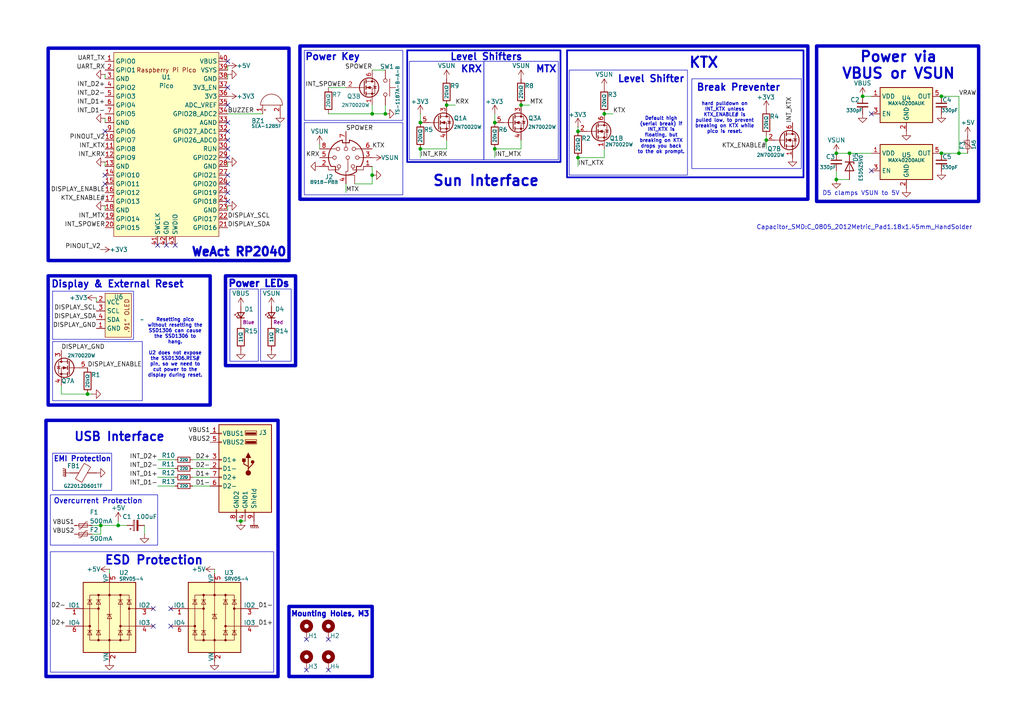
<source format=kicad_sch>
(kicad_sch (version 20231120) (generator "eeschema") (generator_version "8.0")
  (paper "A4")
  (lib_symbols
    (symbol "Analog_Switch:MAX40200AUK"
      (property "Reference" "U" (at -6.35 6.35 0))
      (property "Value" "MAX40200AUK" (at 7.62 6.35 0))
      (symbol "MAX40200AUK_1_1"
        (pin power_in line (at -10.16 2.54 0) (length 2.54) (name "VDD") (number "1"))
        (pin power_in line (at 0 -7.62 90) (length 2.54) (name "GND") (number "2"))
        (pin input line (at -10.16 -2.54 0) (length 2.54) (name "EN") (number "3"))
        (pin no_connect line (at 7.62 -2.54 180) (length 2.54) hide (name "NC") (number "4"))
        (pin passive line (at 10.16 2.54 180) (length 2.54) (name "OUT") (number "5"))
      )
    )
    (symbol "Connector:USB_A_Stacked" (pin_names (offset 1.016))
      (property "Reference" "J" (at 0 15.875 0))
      (property "Value" "USB_A_Stacked" (at 0 13.97 0))
      (symbol "USB_A_Stacked_1_1"
        (pin power_in line (at 10.16 10.16 180) (length 2.54) (name "VBUS1") (number "1"))
        (pin bidirectional line (at 10.16 0 180) (length 2.54) (name "D1-") (number "2"))
        (pin bidirectional line (at 10.16 2.54 180) (length 2.54) (name "D1+") (number "3"))
        (pin power_in line (at 0 -15.24 90) (length 2.54) (name "GND1") (number "4"))
        (pin power_in line (at 10.16 7.62 180) (length 2.54) (name "VBUS2") (number "5"))
        (pin bidirectional line (at 10.16 -5.08 180) (length 2.54) (name "D2-") (number "6"))
        (pin bidirectional line (at 10.16 -2.54 180) (length 2.54) (name "D2+") (number "7"))
        (pin power_in line (at 2.54 -15.24 90) (length 2.54) (name "GND2") (number "8"))
        (pin passive line (at -2.54 -15.24 90) (length 2.54) (name "Shield") (number "9"))
      )
    )
    (symbol "Device:Buzzer" (pin_names (offset 0.0254) hide)
      (property "Reference" "BZ" (at 3.81 1.27 0))
      (property "Value" "Buzzer" (at 3.81 -1.27 0))
      (symbol "Buzzer_1_1"
        (pin passive line (at -2.54 2.54 0) (length 2.54) (name "-") (number "1"))
        (pin passive line (at -2.54 -2.54 0) (length 2.54) (name "+") (number "2"))
      )
    )
    (symbol "Device:C_Polarized_Small" (pin_numbers hide) (pin_names (offset 0.254) hide)
      (property "Reference" "C" (at 0.254 1.778 0))
      (property "Value" "C_Polarized_Small" (at 0.254 -2.032 0))
      (symbol "C_Polarized_Small_1_1"
        (pin passive line (at 0 2.54 270) (length 1.8542) (name "~") (number "1"))
        (pin passive line (at 0 -2.54 90) (length 1.8542) (name "~") (number "2"))
      )
    )
    (symbol "Device:C_Small" (pin_numbers hide) (pin_names (offset 0.254) hide)
      (property "Reference" "C" (at 0.254 1.778 0))
      (property "Value" "C_Small" (at 0.254 -2.032 0))
      (symbol "C_Small_1_1"
        (pin passive line (at 0 2.54 270) (length 2.032) (name "~") (number "1"))
        (pin passive line (at 0 -2.54 90) (length 2.032) (name "~") (number "2"))
      )
    )
    (symbol "Device:FerriteBead" (pin_numbers hide) (pin_names (offset 0))
      (property "Reference" "FB" (at -3.81 0.635 90))
      (property "Value" "FerriteBead" (at 3.81 0 90))
      (symbol "FerriteBead_1_1"
        (pin passive line (at 0 3.81 270) (length 2.54) (name "~") (number "1"))
        (pin passive line (at 0 -3.81 90) (length 2.54) (name "~") (number "2"))
      )
    )
    (symbol "Device:LED_Small" (pin_numbers hide) (pin_names (offset 0.254) hide)
      (property "Reference" "D" (at -1.27 3.175 0))
      (property "Value" "LED_Small" (at -4.445 -2.54 0))
      (symbol "LED_Small_1_1"
        (pin passive line (at -2.54 0 0) (length 1.778) (name "K") (number "1"))
        (pin passive line (at 2.54 0 180) (length 1.778) (name "A") (number "2"))
      )
    )
    (symbol "Device:Polyfuse_Small" (pin_numbers hide) (pin_names (offset 0))
      (property "Reference" "F" (at -1.905 0 90))
      (property "Value" "Polyfuse_Small" (at 1.905 0 90))
      (symbol "Polyfuse_Small_1_1"
        (pin passive line (at 0 2.54 270) (length 0.635) (name "~") (number "1"))
        (pin passive line (at 0 -2.54 90) (length 0.635) (name "~") (number "2"))
      )
    )
    (symbol "Device:R" (pin_numbers hide) (pin_names (offset 0))
      (property "Reference" "R" (at 2.032 0 90))
      (property "Value" "R" (at 0 0 90))
      (symbol "R_1_1"
        (pin passive line (at 0 3.81 270) (length 1.27) (name "~") (number "1"))
        (pin passive line (at 0 -3.81 90) (length 1.27) (name "~") (number "2"))
      )
    )
    (symbol "Device:R_Small" (pin_numbers hide) (pin_names (offset 0.254) hide)
      (property "Reference" "R" (at 0.762 0.508 0))
      (property "Value" "R_Small" (at 0.762 -1.016 0))
      (symbol "R_Small_1_1"
        (pin passive line (at 0 2.54 270) (length 0.762) (name "~") (number "1"))
        (pin passive line (at 0 -2.54 90) (length 0.762) (name "~") (number "2"))
      )
    )
    (symbol "Diode:ESD5Zxx" (pin_numbers hide) (pin_names hide)
      (property "Reference" "D" (at 0 2.54 0))
      (property "Value" "ESD5Zxx" (at 0 -2.54 0))
      (symbol "ESD5Zxx_1_1"
        (pin passive line (at -3.81 0 0) (length 2.54) (name "K") (number "1"))
        (pin passive line (at 3.81 0 180) (length 2.54) (name "A") (number "2"))
      )
    )
    (symbol "MCU_RaspberryPi_and_Boards:Pico"
      (property "Reference" "U" (at -13.97 27.94 0))
      (property "Value" "Pico" (at 0 19.05 0))
      (symbol "Pico_0_0"
        (text "Raspberry Pi Pico" (at 0 21.59 0) (effects (font (size 1.27 1.27))))
      )
      (symbol "Pico_1_1"
        (pin bidirectional line (at -17.78 24.13 0) (length 2.54) (name "GPIO0") (number "1"))
        (pin bidirectional line (at -17.78 1.27 0) (length 2.54) (name "GPIO7") (number "10"))
        (pin bidirectional line (at -17.78 -1.27 0) (length 2.54) (name "GPIO8") (number "11"))
        (pin bidirectional line (at -17.78 -3.81 0) (length 2.54) (name "GPIO9") (number "12"))
        (pin power_in line (at -17.78 -6.35 0) (length 2.54) (name "GND") (number "13"))
        (pin bidirectional line (at -17.78 -8.89 0) (length 2.54) (name "GPIO10") (number "14"))
        (pin bidirectional line (at -17.78 -11.43 0) (length 2.54) (name "GPIO11") (number "15"))
        (pin bidirectional line (at -17.78 -13.97 0) (length 2.54) (name "GPIO12") (number "16"))
        (pin bidirectional line (at -17.78 -16.51 0) (length 2.54) (name "GPIO13") (number "17"))
        (pin power_in line (at -17.78 -19.05 0) (length 2.54) (name "GND") (number "18"))
        (pin bidirectional line (at -17.78 -21.59 0) (length 2.54) (name "GPIO14") (number "19"))
        (pin bidirectional line (at -17.78 21.59 0) (length 2.54) (name "GPIO1") (number "2"))
        (pin bidirectional line (at -17.78 -24.13 0) (length 2.54) (name "GPIO15") (number "20"))
        (pin bidirectional line (at 17.78 -24.13 180) (length 2.54) (name "GPIO16") (number "21"))
        (pin bidirectional line (at 17.78 -21.59 180) (length 2.54) (name "GPIO17") (number "22"))
        (pin power_in line (at 17.78 -19.05 180) (length 2.54) (name "GND") (number "23"))
        (pin bidirectional line (at 17.78 -16.51 180) (length 2.54) (name "GPIO18") (number "24"))
        (pin bidirectional line (at 17.78 -13.97 180) (length 2.54) (name "GPIO19") (number "25"))
        (pin bidirectional line (at 17.78 -11.43 180) (length 2.54) (name "GPIO20") (number "26"))
        (pin bidirectional line (at 17.78 -8.89 180) (length 2.54) (name "GPIO21") (number "27"))
        (pin power_in line (at 17.78 -6.35 180) (length 2.54) (name "GND") (number "28"))
        (pin bidirectional line (at 17.78 -3.81 180) (length 2.54) (name "GPIO22") (number "29"))
        (pin power_in line (at -17.78 19.05 0) (length 2.54) (name "GND") (number "3"))
        (pin input line (at 17.78 -1.27 180) (length 2.54) (name "RUN") (number "30"))
        (pin bidirectional line (at 17.78 1.27 180) (length 2.54) (name "GPIO26_ADC0") (number "31"))
        (pin bidirectional line (at 17.78 3.81 180) (length 2.54) (name "GPIO27_ADC1") (number "32"))
        (pin power_in line (at 17.78 6.35 180) (length 2.54) (name "AGND") (number "33"))
        (pin bidirectional line (at 17.78 8.89 180) (length 2.54) (name "GPIO28_ADC2") (number "34"))
        (pin power_in line (at 17.78 11.43 180) (length 2.54) (name "ADC_VREF") (number "35"))
        (pin power_in line (at 17.78 13.97 180) (length 2.54) (name "3V3") (number "36"))
        (pin input line (at 17.78 16.51 180) (length 2.54) (name "3V3_EN") (number "37"))
        (pin bidirectional line (at 17.78 19.05 180) (length 2.54) (name "GND") (number "38"))
        (pin power_in line (at 17.78 21.59 180) (length 2.54) (name "VSYS") (number "39"))
        (pin bidirectional line (at -17.78 16.51 0) (length 2.54) (name "GPIO2") (number "4"))
        (pin power_in line (at 17.78 24.13 180) (length 2.54) (name "VBUS") (number "40"))
        (pin input line (at -2.54 -29.21 90) (length 2.54) (name "SWCLK") (number "41"))
        (pin power_in line (at 0 -29.21 90) (length 2.54) (name "GND") (number "42"))
        (pin bidirectional line (at 2.54 -29.21 90) (length 2.54) (name "SWDIO") (number "43"))
        (pin bidirectional line (at -17.78 13.97 0) (length 2.54) (name "GPIO3") (number "5"))
        (pin bidirectional line (at -17.78 11.43 0) (length 2.54) (name "GPIO4") (number "6"))
        (pin bidirectional line (at -17.78 8.89 0) (length 2.54) (name "GPIO5") (number "7"))
        (pin power_in line (at -17.78 6.35 0) (length 2.54) (name "GND") (number "8"))
        (pin bidirectional line (at -17.78 3.81 0) (length 2.54) (name "GPIO6") (number "9"))
      )
    )
    (symbol "Mechanical:MountingHole_Pad" (pin_numbers hide) (pin_names (offset 1.016) hide)
      (property "Reference" "H" (at 0 6.35 0))
      (property "Value" "MountingHole_Pad" (at 0 4.445 0))
      (symbol "MountingHole_Pad_1_1"
        (pin input line (at 0 -2.54 90) (length 2.54) (name "1") (number "1"))
      )
    )
    (symbol "Switch:SW_Push" (pin_numbers hide) (pin_names (offset 1.016) hide)
      (property "Reference" "SW" (at 1.27 2.54 0))
      (property "Value" "SW_Push" (at 0 -1.524 0))
      (symbol "SW_Push_0_1"
        (pin passive line (at -5.08 0 0) (length 2.54) (name "1") (number "1"))
        (pin passive line (at 5.08 0 180) (length 2.54) (name "2") (number "2"))
      )
    )
    (symbol "marbastlib-various:SRV05-4" (pin_names (offset 0))
      (property "Reference" "U" (at -5.08 11.43 0))
      (property "Value" "SRV05-4" (at 2.54 11.43 0))
      (symbol "SRV05-4_1_1"
        (pin passive line (at -12.7 2.54 0) (length 5.08) (name "IO1") (number "1"))
        (pin passive line (at 0 -12.7 90) (length 2.54) (name "VN") (number "2"))
        (pin passive line (at 12.7 2.54 180) (length 5.08) (name "IO2") (number "3"))
        (pin passive line (at 12.7 -2.54 180) (length 5.08) (name "IO3") (number "4"))
        (pin passive line (at 0 12.7 270) (length 2.54) (name "VP") (number "5"))
        (pin passive line (at -12.7 -2.54 0) (length 5.08) (name "IO4") (number "6"))
      )
    )
    (symbol "power:+3V3" (power) (pin_numbers hide) (pin_names (offset 0) hide)
      (property "Value" "+3V3" (at 0 3.556 0))
      (symbol "+3V3_1_1"
        (pin power_in line (at 0 0 90) (length 0) (name "~") (number "1"))
      )
    )
    (symbol "power:+5V" (power) (pin_numbers hide) (pin_names (offset 0) hide)
      (property "Value" "+5V" (at 0 3.556 0))
      (symbol "+5V_1_1"
        (pin power_in line (at 0 0 90) (length 0) (name "~") (number "1"))
      )
    )
    (symbol "power:GND" (power) (pin_numbers hide) (pin_names (offset 0) hide)
      (property "Value" "GND" (at 0 -3.81 0))
      (symbol "GND_1_1"
        (pin power_in line (at 0 0 270) (length 0) (name "~") (number "1"))
      )
    )
    (symbol "power:GNDPWR" (power) (pin_names (offset 0))
      (property "Value" "GNDPWR" (at 0 -3.302 0))
      (symbol "GNDPWR_1_1"
        (pin power_in line (at 0 0 270) (length 0) hide (name "GNDPWR") (number "1"))
      )
    )
    (symbol "power:VBUS" (power) (pin_names (offset 0))
      (property "Value" "VBUS" (at 0 3.81 0))
      (symbol "VBUS_1_1"
        (pin power_in line (at 0 0 90) (length 0) hide (name "VBUS") (number "1"))
      )
    )
    (symbol "usb3sun:2N7002DW" (pin_names hide)
      (property "Reference" "Q" (at 5.08 1.905 0))
      (property "Value" "2N7002DW" (at 5.08 0 0))
      (symbol "2N7002DW_1_1"
        (pin passive line (at 2.54 5.08 270) (length 2.54) (name "D") (number "3"))
        (pin passive line (at 2.54 -5.08 90) (length 2.54) (name "S") (number "4"))
        (pin input line (at -5.08 0 0) (length 2.54) (name "G") (number "5"))
      )
      (symbol "2N7002DW_2_1"
        (pin passive line (at 2.54 -5.08 90) (length 2.54) (name "S") (number "1"))
        (pin input line (at -5.08 0 0) (length 2.54) (name "G") (number "2"))
        (pin passive line (at 2.54 5.08 270) (length 2.54) (name "D") (number "6"))
      )
    )
    (symbol "usb3sun:Altronics_P1108_8918-P8B" (pin_names (offset 1.016))
      (property "Reference" "J2" (at -12.7 -7.62 0))
      (property "Value" "8918-P8B" (at -12.7 -10.16 0))
      (symbol "Altronics_P1108_8918-P8B_1_1"
        (pin passive line (at 7.62 -2.54 180) (length 2.54) (name "~") (number "1"))
        (pin passive line (at -7.62 -2.54 0) (length 2.54) (name "~") (number "2"))
        (pin passive line (at 7.62 0 180) (length 2.54) (name "~") (number "3"))
        (pin passive line (at 0 -7.62 90) (length 2.54) (name "~") (number "4"))
        (pin passive line (at -7.62 0 0) (length 2.54) (name "~") (number "5"))
        (pin passive line (at 7.62 2.54 180) (length 2.54) (name "~") (number "6"))
        (pin passive line (at 0 7.62 270) (length 2.54) (name "~") (number "7"))
        (pin passive line (at -7.62 2.54 0) (length 2.54) (name "~") (number "8"))
        (pin passive line (at 2.54 -7.62 90) (length 2.54) hide (name "") (number "SHIELD"))
      )
    )
    (symbol "usb3sun:SSD1306_4pin"
      (property "Reference" "U" (at 2.54 -3.81 0))
      (symbol "SSD1306_4pin_1_1"
        (text ".91″ OLED" (at 8.89 -1.27 900) (effects (font (size 1.27 1.27)) (justify left)))
        (pin power_in line (at 0 0 0) (length 2.54) (name "GND") (number "1"))
        (pin power_in line (at 0 7.62 0) (length 2.54) (name "VCC") (number "2"))
        (pin bidirectional line (at 0 5.08 0) (length 2.54) (name "SCL") (number "3"))
        (pin bidirectional line (at 0 2.54 0) (length 2.54) (name "SDA") (number "4"))
      )
    )
    (symbol "usb3sun:VSUN" (power) (pin_names (offset 0))
      (property "Value" "VSUN" (at 0 3.81 0))
      (symbol "VSUN_1_1"
        (pin power_in line (at 0 0 90) (length 0) hide (name "VSUN") (number ""))
      )
    )
  )
  (junction (at 167.64 45.72))
  (junction (at 29.21 152.4))
  (junction (at 273.05 27.94))
  (junction (at 34.29 152.4))
  (junction (at 175.26 33.02))
  (junction (at 222.25 40.64))
  (junction (at 167.64 38.1))
  (junction (at 143.51 35.56))
  (junction (at 107.95 33.02))
  (junction (at 111.76 33.02))
  (junction (at 273.05 44.45))
  (junction (at 107.95 50.8))
  (junction (at 278.13 44.45))
  (junction (at 121.92 43.18))
  (junction (at 246.38 44.45))
  (junction (at 242.57 44.45))
  (junction (at 242.57 52.07))
  (junction (at 129.54 30.48))
  (junction (at 250.19 27.94))
  (junction (at 121.92 35.56))
  (junction (at 25.4 114.3))
  (junction (at 143.51 43.18))
  (junction (at 151.13 30.48))
  (junction (at 69.85 151.13))
  (no_connect (at 44.45 181.61))
  (no_connect (at 30.48 38.1))
  (no_connect (at 66.04 25.4))
  (no_connect (at 50.8 71.12))
  (no_connect (at 252.73 33.02))
  (no_connect (at 66.04 40.64))
  (no_connect (at 66.04 43.18))
  (no_connect (at 49.53 176.53))
  (no_connect (at 66.04 58.42))
  (no_connect (at 88.9 185.42))
  (no_connect (at 66.04 50.8))
  (no_connect (at 66.04 38.1))
  (no_connect (at 95.25 194.31))
  (no_connect (at 88.9 194.31))
  (no_connect (at 45.72 71.12))
  (no_connect (at 44.45 176.53))
  (no_connect (at 49.53 181.61))
  (no_connect (at 48.26 71.12))
  (no_connect (at 252.73 49.53))
  (no_connect (at 95.25 185.42))
  (no_connect (at 66.04 55.88))
  (no_connect (at 66.04 35.56))
  (no_connect (at 30.48 53.34))
  (no_connect (at 66.04 53.34))
  (no_connect (at 66.04 17.78))
  (no_connect (at 66.04 45.72))
  (no_connect (at 66.04 30.48))
  (no_connect (at 30.48 50.8))
  (wire (pts (xy 66.04 21.59) (xy 66.04 22.86)))
  (wire (pts (xy 278.13 44.45) (xy 273.05 44.45)))
  (wire (pts (xy 62.23 165.1) (xy 62.23 166.37)))
  (wire (pts (xy 167.64 36.83) (xy 167.64 38.1)))
  (wire (pts (xy 167.64 45.72) (xy 175.26 45.72)))
  (wire (pts (xy 25.4 114.3) (xy 17.78 114.3)))
  (wire (pts (xy 143.51 43.18) (xy 151.13 43.18)))
  (wire (pts (xy 27.94 86.36) (xy 27.94 87.63)))
  (wire (pts (xy 92.71 41.91) (xy 92.71 43.18)))
  (wire (pts (xy 278.13 27.94) (xy 278.13 44.45)))
  (wire (pts (xy 278.13 44.45) (xy 280.67 44.45)))
  (wire (pts (xy 242.57 44.45) (xy 246.38 44.45)))
  (wire (pts (xy 250.19 27.94) (xy 252.73 27.94)))
  (wire (pts (xy 278.13 27.94) (xy 273.05 27.94)))
  (wire (pts (xy 71.12 151.13) (xy 69.85 151.13)))
  (wire (pts (xy 69.85 151.13) (xy 68.58 151.13)))
  (wire (pts (xy 143.51 43.18) (xy 143.51 45.72)))
  (wire (pts (xy 107.95 33.02) (xy 111.76 33.02)))
  (wire (pts (xy 66.04 19.05) (xy 66.04 20.32)))
  (wire (pts (xy 151.13 43.18) (xy 151.13 40.64)))
  (wire (pts (xy 60.96 135.89) (xy 55.88 135.89)))
  (wire (pts (xy 30.48 34.29) (xy 30.48 35.56)))
  (wire (pts (xy 30.48 59.69) (xy 30.48 60.96)))
  (wire (pts (xy 246.38 44.45) (xy 252.73 44.45)))
  (wire (pts (xy 222.25 40.64) (xy 222.25 39.37)))
  (wire (pts (xy 107.95 50.8) (xy 107.95 48.26)))
  (wire (pts (xy 102.87 53.34) (xy 107.95 53.34)))
  (wire (pts (xy 60.96 140.97) (xy 55.88 140.97)))
  (wire (pts (xy 60.96 133.35) (xy 55.88 133.35)))
  (wire (pts (xy 153.67 30.48) (xy 151.13 30.48)))
  (wire (pts (xy 177.8 33.02) (xy 175.26 33.02)))
  (wire (pts (xy 107.95 30.48) (xy 107.95 33.02)))
  (wire (pts (xy 107.95 53.34) (xy 107.95 50.8)))
  (wire (pts (xy 34.29 152.4) (xy 36.83 152.4)))
  (wire (pts (xy 167.64 45.72) (xy 167.64 48.26)))
  (wire (pts (xy 242.57 52.07) (xy 246.38 52.07)))
  (wire (pts (xy 66.04 59.69) (xy 66.04 60.96)))
  (wire (pts (xy 222.25 43.18) (xy 222.25 40.64)))
  (wire (pts (xy 41.91 152.4) (xy 41.91 154.94)))
  (wire (pts (xy 111.76 30.48) (xy 111.76 33.02)))
  (wire (pts (xy 29.21 152.4) (xy 34.29 152.4)))
  (wire (pts (xy 31.75 165.1) (xy 31.75 166.37)))
  (wire (pts (xy 17.78 111.76) (xy 17.78 114.3)))
  (wire (pts (xy 95.25 33.02) (xy 107.95 33.02)))
  (wire (pts (xy 129.54 30.48) (xy 132.08 30.48)))
  (wire (pts (xy 66.04 33.02) (xy 76.2 33.02)))
  (wire (pts (xy 30.48 46.99) (xy 30.48 48.26)))
  (wire (pts (xy 175.26 43.18) (xy 175.26 45.72)))
  (wire (pts (xy 34.29 151.13) (xy 34.29 152.4)))
  (wire (pts (xy 29.21 152.4) (xy 29.21 154.94)))
  (wire (pts (xy 121.92 33.02) (xy 121.92 35.56)))
  (wire (pts (xy 50.8 135.89) (xy 45.72 135.89)))
  (wire (pts (xy 121.92 43.18) (xy 129.54 43.18)))
  (wire (pts (xy 66.04 46.99) (xy 66.04 48.26)))
  (wire (pts (xy 29.21 154.94) (xy 26.67 154.94)))
  (wire (pts (xy 60.96 138.43) (xy 55.88 138.43)))
  (wire (pts (xy 121.92 43.18) (xy 121.92 45.72)))
  (wire (pts (xy 50.8 138.43) (xy 45.72 138.43)))
  (wire (pts (xy 129.54 43.18) (xy 129.54 40.64)))
  (wire (pts (xy 143.51 33.02) (xy 143.51 35.56)))
  (wire (pts (xy 29.21 152.4) (xy 26.67 152.4)))
  (wire (pts (xy 50.8 140.97) (xy 45.72 140.97)))
  (wire (pts (xy 26.67 114.3) (xy 25.4 114.3)))
  (wire (pts (xy 242.57 49.53) (xy 242.57 52.07)))
  (wire (pts (xy 107.95 20.32) (xy 111.76 20.32)))
  (wire (pts (xy 30.48 21.59) (xy 30.48 22.86)))
  (wire (pts (xy 100.33 55.88) (xy 100.33 53.34)))
  (wire (pts (xy 50.8 133.35) (xy 45.72 133.35)))
  (wire (pts (xy 100.33 25.4) (xy 95.25 25.4)))
  (rectangle (start 200.66 22.86) (end 232.41 48.895))
  (rectangle (start 118.11 14.605) (end 162.56 46.99) (stroke (width 0.5)))
  (rectangle (start 65.405 80.01) (end 85.725 106.045) (stroke (width 1)))
  (rectangle (start 13.97 80.01) (end 60.96 117.475) (stroke (width 1)))
  (rectangle (start 164.465 14.605) (end 233.045 51.435) (stroke (width 0.5)))
  (rectangle (start 14.605 143.51) (end 45.72 158.115))
  (rectangle (start 14.605 160.02) (end 79.375 194.945))
  (rectangle (start 118.745 17.78) (end 140.335 46.355))
  (rectangle (start 86.995 13.335) (end 234.315 57.785) (stroke (width 1)))
  (rectangle (start 75.565 83.82) (end 84.455 104.775))
  (rectangle (start 13.97 13.97) (end 83.82 75.565) (stroke (width 1)))
  (rectangle (start 66.675 83.82) (end 74.93 104.775))
  (rectangle (start 13.335 121.92) (end 80.645 196.215) (stroke (width 1)))
  (rectangle (start 140.335 17.78) (end 161.925 46.355))
  (rectangle (start 88.265 14.605) (end 116.84 34.925))
  (rectangle (start 83.82 175.895) (end 107.95 196.215) (stroke (width 1)))
  (rectangle (start 15.24 131.445) (end 32.385 142.24))
  (rectangle (start 88.265 35.56) (end 116.84 56.515))
  (rectangle (start 15.24 99.06) (end 41.275 116.205))
  (rectangle (start 15.24 84.455) (end 38.735 98.425))
  (rectangle (start 165.1 20.32) (end 199.39 50.8))
  (rectangle (start 236.855 13.335) (end 283.845 58.42) (stroke (width 1)))
  (text_box "Default high (serial break) if INT_KTX is floating, but breaking on KTX drops you back to the ok prompt." (at 184.15 27.305 0) (size 15.24 23.495) (stroke (width -0.0001)) (effects (font (size 1 1) (bold yes))))
  (text_box "hard pulldown on INT_KTX unless KTX_ENABLE# is pulled low, to prevent breaking on KTX while pico is reset." (at 200.66 27.305 0) (size 19.05 13.335) (stroke (width -0.0001)) (effects (font (size 1 1) (bold yes))))
  (text_box "Resetting pico without resetting the SSD1306 can cause the SSD1306 to hang.\n\nU2 does not expose the SSD1306.RES# pin, so we need to cut power to the display during reset." (at 41.91 85.09 0) (size 17.78 31.115) (stroke (width -0.0001)) (effects (font (size 1 1) (bold yes))))
  (text "KTX" (at 199.644 20.066 0) (effects (font (size 3 3) (thickness 0.6) (bold yes)) (justify left bottom)))
  (text "WeAct RP2040" (at 83.312 74.676 0) (effects (font (size 2.5 2.5) (thickness 1) (bold yes)) (justify right bottom)))
  (text "Mounting Holes, M3" (at 84.328 179.07 0) (effects (font (size 1.5 1.5) (thickness 0.4) (bold yes)) (justify left bottom)))
  (text "Break Preventer" (at 201.93 26.67 0) (effects (font (size 2 2) (thickness 0.4) (bold yes)) (justify left bottom)))
  (text "Overcurrent Protection" (at 15.494 146.304 0) (effects (font (size 1.5 1.5) (thickness 0.254) (bold yes)) (justify left bottom)))
  (text "ESD Protection" (at 30.226 164.084 0) (effects (font (size 2.5 2.5) (thickness 0.5) (bold yes)) (justify left bottom)))
  (text "Sun Interface" (at 140.97 52.578 0) (effects (font (size 3 3) (bold yes))))
  (text "EMI Protection" (at 15.494 134.112 0) (effects (font (size 1.5 1.5) (thickness 0.3) (bold yes)) (justify left bottom)))
  (text "2N7002DW REALLY SMOL\nFIND BIGGER " (at 113.538 -6.604 0) (effects (font (size 1.27 1.27))))
  (text "Power Key" (at 88.392 17.78 0) (effects (font (size 2 2) (thickness 0.4) (bold yes)) (justify left bottom)))
  (text "Power via\nVBUS or VSUN" (at 260.604 19.05 0) (effects (font (size 3 3) (bold yes))))
  (text "Display & External Reset" (at 14.732 82.55 0) (effects (font (size 2 2) (thickness 0.4) (bold yes)) (justify left)))
  (text "USB Interface" (at 21.336 128.27 0) (effects (font (size 2.5 2.5) (thickness 0.5) (bold yes)) (justify left bottom)))
  (text "KRX" (at 139.954 21.336 0) (effects (font (size 2 2) (thickness 0.4) (bold yes)) (justify right bottom)))
  (text "D5 clamps VSUN to 5V" (at 238.506 56.896 0) (effects (font (size 1.27 1.27)) (justify left bottom)))
  (text "Level Shifters" (at 151.638 17.78 0) (effects (font (size 2 2) (thickness 0.4) (bold yes)) (justify right bottom)))
  (text "MTX" (at 161.544 21.336 0) (effects (font (size 2 2) (thickness 0.4) (bold yes)) (justify right bottom)))
  (text "Level Shifter" (at 198.628 21.844 0) (effects (font (size 2 2) (thickness 0.4) (bold yes)) (justify right top)))
  (text "Capacitor_SMD:C_0805_2012Metric_Pad1.18x1.45mm_HandSolder\n" (at 250.698 66.04 0) (effects (font (size 1.27 1.27))))
  (text "Power LEDs" (at 66.04 83.566 0) (effects (font (size 2 2) (thickness 0.5) (bold yes)) (justify left bottom)))
  (label "KTX_ENABLE#" (at 30.48 58.42 180))
  (label "DISPLAY_SDA" (at 27.94 92.71 180))
  (label "INT_MTX" (at 143.51 45.72 0))
  (label "UART_RX" (at 30.48 20.32 180))
  (label "D1-" (at 60.96 140.97 180))
  (label "MTX" (at 153.67 30.48 0))
  (label "D1+" (at 60.96 138.43 180))
  (label "DISPLAY_ENABLE" (at 30.48 55.88 180))
  (label "VBUS2" (at 60.96 128.27 180))
  (label "DISPLAY_GND" (at 27.94 95.25 180))
  (label "INT_D1-" (at 45.72 140.97 180))
  (label "INT_KRX" (at 121.92 45.72 0))
  (label "D1+" (at 74.93 181.61 0))
  (label "DISPLAY_SCL" (at 66.04 63.5 0))
  (label "INT_D2+" (at 45.72 133.35 180))
  (label "DISPLAY_SDA" (at 66.04 66.04 0))
  (label "INT_D2-" (at 45.72 135.89 180))
  (label "INT_D2-" (at 30.48 27.94 180))
  (label "VBUS1" (at 21.59 152.4 180))
  (label "D2+" (at 19.05 181.61 180))
  (label "INT_MTX" (at 30.48 63.5 180))
  (label "VBUS1" (at 60.96 125.73 180))
  (label "INT_SPOWER" (at 30.48 66.04 180))
  (label "DISPLAY_SCL" (at 27.94 90.17 180))
  (label "BUZZER" (at 66.04 33.02 0))
  (label "MTX" (at 100.33 55.88 0))
  (label "KTX_ENABLE#" (at 222.25 43.18 180))
  (label "KRX" (at 132.08 30.48 0))
  (label "D1-" (at 74.93 176.53 0))
  (label "INT_KTX" (at 229.87 35.56 90))
  (label "VBUS2" (at 21.59 154.94 180))
  (label "KTX" (at 107.95 43.18 0))
  (label "KRX" (at 92.71 45.72 180))
  (label "KTX" (at 177.8 33.02 0))
  (label "DISPLAY_ENABLE" (at 25.4 106.68 0))
  (label "SPOWER" (at 107.95 20.32 180))
  (label "D2-" (at 60.96 135.89 180))
  (label "UART_TX" (at 30.48 17.78 180))
  (label "INT_SPOWER" (at 100.33 25.4 180))
  (label "SPOWER" (at 100.33 38.1 0))
  (label "PINOUT_V2" (at 29.21 72.39 180))
  (label "INT_D1+" (at 30.48 30.48 180))
  (label "DISPLAY_GND" (at 17.78 101.6 0))
  (label "INT_D1-" (at 30.48 33.02 180))
  (label "INT_D1+" (at 45.72 138.43 180))
  (label "INT_KRX" (at 30.48 45.72 180))
  (label "PINOUT_V2" (at 30.48 40.64 180))
  (label "INT_KTX" (at 30.48 43.18 180))
  (label "VRAW" (at 278.13 27.94 0))
  (label "INT_KTX" (at 167.64 48.26 0))
  (label "D2+" (at 60.96 133.35 180))
  (label "INT_D2+" (at 30.48 25.4 180))
  (label "D2-" (at 19.05 176.53 180))
  (symbol (lib_id "power:+3V3") (at 121.92 33.02 0) (unit 1)
    (property "Reference" "#PWR023" (effects (hide yes)))
    (property "Value" "+3V3" (at 119.126 29.464 0) (effects (justify left)))
    (property "Description" "Power symbol creates a global label with name \"+3V3\"" (effects (hide yes)))
  )
  (symbol (lib_id "power:GND") (at 31.75 191.77 0) (unit 1)
    (property "Reference" "#PWR033" (effects (hide yes)))
    (property "Value" "GND" (effects (hide yes)))
  )
  (symbol (lib_id "Diode:ESD5Zxx") (at 246.38 48.26 270) (unit 1)
    (property "Reference" "D5" (at 248.158 46.99 0) (effects (justify right)))
    (property "Value" "ESD5Z5V0" (at 249.682 52.578 0) (effects (font (size 1 1)) (justify right)))
    (property "Footprint" "Diode_SMD:D_SOD-523" (effects (hide yes)))
    (property "Datasheet" "https://www.onsemi.com/pdf/datasheet/esd5z2.5t1-d.pdf" (effects (hide yes)))
    (property "LCSC" "C502546" (effects (hide yes)))
  )
  (symbol (lib_id "power:GND") (at 242.57 52.07 0) (unit 1)
    (property "Reference" "#PWR016" (effects (hide yes)))
    (property "Value" "GND" (effects (hide yes)))
  )
  (symbol (lib_id "power:+3V3") (at 66.04 27.94 270) (unit 1)
    (property "Reference" "#PWR09" (effects (hide yes)))
    (property "Value" "+3V3" (at 68.58 27.94 90) (effects (justify left)))
    (property "Description" "Power symbol creates a global label with name \"+3V3\"" (effects (hide yes)))
  )
  (symbol (lib_id "Device:R_Small") (at 53.34 133.35 270) (mirror x) (unit 1)
    (property "Reference" "R10" (at 50.8 132.08 90) (effects (justify right)))
    (property "Value" "22Ω" (at 53.34 133.35 90) (effects (font (size 0.762 0.762))))
    (property "Footprint" "Resistor_THT:R_Axial_DIN0207_L6.3mm_D2.5mm_P10.16mm_Horizontal" (effects (hide yes)))
    (property "LCSC" "C25092" (effects (hide yes)))
  )
  (symbol (lib_id "Device:R") (at 78.74 97.79 0) (unit 1)
    (property "Reference" "R14" (at 79.756 96.012 0) (effects (justify left)))
    (property "Value" "1kΩ" (at 78.74 99.314 90) (effects (font (size 1 1)) (justify left)))
    (property "Footprint" "Resistor_THT:R_Axial_DIN0207_L6.3mm_D2.5mm_P10.16mm_Horizontal" (effects (hide yes)))
    (property "Description" "Resistor" (effects (hide yes)))
  )
  (symbol (lib_id "MCU_RaspberryPi_and_Boards:Pico") (at 48.26 41.91 0) (unit 1)
    (property "Reference" "U1" (at 48.26 22.352 0))
    (property "Value" "Pico" (at 48.26 24.892 0))
    (property "Footprint" "CustomFootprints:Pico-BlackPill_Textless" (effects (hide yes)))
  )
  (symbol (lib_id "power:GND") (at 78.74 101.6 0) (unit 1)
    (property "Reference" "#PWR046" (effects (hide yes)))
    (property "Value" "GND" (effects (hide yes)))
  )
  (symbol (lib_id "usb3sun:2N7002DW") (at 227.33 40.64 0) (unit 2)
    (property "Reference" "Q7" (at 226.568 43.18 0) (effects (justify right)))
    (property "Value" "2N7002DW" (at 227.584 44.958 0) (effects (font (size 1 1)) (justify right)))
    (property "Footprint" "Package_TO_SOT_SMD:SOT-363_SC-70-6" (effects (hide yes)))
    (property "Datasheet" "https://www.diodes.com/assets/Datasheets/2N7002DW.pdf" (effects (hide yes)))
    (property "LCSC" "C83571" (effects (hide yes)))
  )
  (symbol (lib_id "marbastlib-various:SRV05-4") (at 62.23 179.07 0) (unit 1)
    (property "Reference" "U3" (at 65.024 166.116 0) (effects (justify left)))
    (property "Value" "SRV05-4" (at 65.024 167.894 0) (effects (font (size 1 1)) (justify left)))
    (property "Footprint" "marbastlib-various:SOT-23-6-routable" (effects (hide yes)))
    (property "Datasheet" "http://www.onsemi.com/pub/Collateral/SRV05-4-D.PDF" (effects (hide yes)))
    (property "LCSC" "C85364" (effects (hide yes)))
  )
  (symbol (lib_id "Mechanical:MountingHole_Pad") (at 95.25 182.88 0) (unit 1) (in_bom no)
    (property "Reference" "H2" (at 95.758 184.404 0) (effects (justify left)))
    (property "Value" "MountingHole" (effects (hide yes)))
    (property "Footprint" "MountingHole:MountingHole_3.2mm_M3_DIN965_Pad_TopBottom" (effects (hide yes)))
  )
  (symbol (lib_id "usb3sun:VSUN") (at 78.74 88.9 0) (unit 1)
    (property "Reference" "#PWR045" (effects (hide yes)))
    (property "Value" "VSUN" (at 78.74 85.09 0))
  )
  (symbol (lib_id "usb3sun:2N7002DW") (at 20.32 106.68 0) (mirror y) (unit 1)
    (property "Reference" "Q7" (at 21.59 110.49 0) (effects (justify left)))
    (property "Value" "2N7002DW" (at 27.686 103.124 0) (effects (font (size 1 1)) (justify left)))
    (property "Footprint" "Package_TO_SOT_SMD:SOT-363_SC-70-6" (effects (hide yes)))
    (property "Datasheet" "https://www.diodes.com/assets/Datasheets/2N7002DW.pdf" (effects (hide yes)))
    (property "LCSC" "C83571" (effects (hide yes)))
  )
  (symbol (lib_id "usb3sun:2N7002DW") (at 127 35.56 0) (unit 1)
    (property "Reference" "Q1" (at 131.572 34.29 0) (effects (justify left)))
    (property "Value" "2N7002DW" (at 131.572 36.8301 0) (effects (font (size 1 1)) (justify left)))
    (property "Footprint" "Package_TO_SOT_SMD:SOT-363_SC-70-6" (effects (hide yes)))
    (property "Datasheet" "https://www.diodes.com/assets/Datasheets/2N7002DW.pdf" (effects (hide yes)))
    (property "LCSC" "C83571" (effects (hide yes)))
  )
  (symbol (lib_id "power:+3V3") (at 143.51 33.02 0) (unit 1)
    (property "Reference" "#PWR025" (effects (hide yes)))
    (property "Value" "+3V3" (at 140.716 29.464 0) (effects (justify left)))
    (property "Description" "Power symbol creates a global label with name \"+3V3\"" (effects (hide yes)))
  )
  (symbol (lib_id "power:GND") (at 111.76 33.02 90) (unit 1)
    (property "Reference" "#PWR027" (effects (hide yes)))
    (property "Value" "GND" (effects (hide yes)))
  )
  (symbol (lib_id "usb3sun:SSD1306_4pin") (at 27.94 95.25 0) (unit 1)
    (property "Reference" "U6" (at 33.02 86.106 0) (effects (justify left)))
    (property "Value" "~" (at 40.64 92.71 0) (effects (justify left)))
    (property "Footprint" "KiCad-SSD1306-0.91-OLED-4pin-128x32:SSD1306-0.91-OLED-4pin-128x32" (effects (hide yes)))
  )
  (symbol (lib_id "Device:R_Small") (at 53.34 140.97 270) (mirror x) (unit 1)
    (property "Reference" "R13" (at 50.8 139.7 90) (effects (justify right)))
    (property "Value" "22Ω" (at 53.34 140.97 90) (effects (font (size 0.762 0.762))))
    (property "Footprint" "Resistor_THT:R_Axial_DIN0207_L6.3mm_D2.5mm_P10.16mm_Horizontal" (effects (hide yes)))
    (property "LCSC" "C25092" (effects (hide yes)))
  )
  (symbol (lib_id "power:+5V") (at 34.29 151.13 0) (unit 1)
    (property "Reference" "#PWR038" (effects (hide yes)))
    (property "Value" "+5V" (at 34.29 147.32 0))
  )
  (symbol (lib_id "Device:R") (at 129.54 26.67 0) (unit 1)
    (property "Reference" "R9" (at 130.556 24.892 0) (effects (justify left)))
    (property "Value" "20kΩ" (at 129.54 28.702 90) (effects (font (size 1 1)) (justify left)))
    (property "Footprint" "Resistor_THT:R_Axial_DIN0207_L6.3mm_D2.5mm_P10.16mm_Horizontal" (effects (hide yes)))
    (property "Description" "Resistor" (effects (hide yes)))
  )
  (symbol (lib_id "Device:LED_Small") (at 78.74 91.44 90) (unit 1)
    (property "Reference" "D4" (at 79.756 89.662 90) (effects (justify right)))
    (property "Footprint" "LED_THT:LED_D3.0mm" (effects (hide yes)))
    (property "colour" "Red" (at 79.248 93.472 90) (effects (font (size 1 1)) (justify right)))
    (property "LCSC" "C440523" (effects (hide yes)))
  )
  (symbol (lib_id "Device:R") (at 175.26 29.21 0) (unit 1)
    (property "Reference" "R3" (at 176.276 27.432 0) (effects (justify left)))
    (property "Value" "20kΩ" (at 175.26 31.242 90) (effects (font (size 1 1)) (justify left)))
    (property "Footprint" "Resistor_THT:R_Axial_DIN0207_L6.3mm_D2.5mm_P10.16mm_Horizontal" (effects (hide yes)))
    (property "Description" "Resistor" (effects (hide yes)))
  )
  (symbol (lib_id "power:+5V") (at 280.67 39.37 0) (unit 1)
    (property "Reference" "#PWR050" (effects (hide yes)))
    (property "Value" "+5V" (at 278.638 35.56 0) (effects (justify left)))
  )
  (symbol (lib_id "power:GNDPWR") (at 73.66 151.13 0) (mirror y) (unit 1)
    (property "Reference" "#PWR040" (effects (hide yes)))
    (property "Value" "GNDPWR" (effects (hide yes)))
  )
  (symbol (lib_id "Device:R") (at 95.25 29.21 0) (unit 1)
    (property "Reference" "R7" (at 96.266 27.432 0) (effects (justify left)))
    (property "Value" "20kΩ" (at 95.25 31.242 90) (effects (font (size 1 1)) (justify left)))
    (property "Footprint" "Resistor_THT:R_Axial_DIN0207_L6.3mm_D2.5mm_P10.16mm_Horizontal" (effects (hide yes)))
    (property "Description" "Resistor" (effects (hide yes)))
  )
  (symbol (lib_id "power:+5V") (at 62.23 165.1 90) (unit 1)
    (property "Reference" "#PWR034" (effects (hide yes)))
    (property "Value" "+5V" (at 59.69 165.1 90) (effects (justify left)))
  )
  (symbol (lib_id "Device:C_Small") (at 273.05 46.99 0) (unit 1)
    (property "Reference" "C5" (at 273.304 45.466 0) (effects (justify left)))
    (property "Value" "330pF" (at 273.05 48.514 0) (effects (font (size 1 1)) (justify left)))
    (property "Footprint" "Capacitor_SMD:C_0805_2012Metric_Pad1.18x1.45mm_HandSolder" (effects (hide yes)))
    (property "LCSC" "C376975" (effects (hide yes)))
  )
  (symbol (lib_id "power:+3V3") (at 27.94 86.36 90) (unit 1)
    (property "Reference" "#PWR017" (effects (hide yes)))
    (property "Value" "+3V3" (at 25.4 86.36 90) (effects (justify left)))
    (property "Description" "Power symbol creates a global label with name \"+3V3\"" (effects (hide yes)))
  )
  (symbol (lib_id "power:+3V3") (at 167.64 36.83 0) (unit 1)
    (property "Reference" "#PWR019" (effects (hide yes)))
    (property "Value" "+3V3" (at 164.846 33.274 0) (effects (justify left)))
    (property "Description" "Power symbol creates a global label with name \"+3V3\"" (effects (hide yes)))
  )
  (symbol (lib_id "Device:R") (at 151.13 26.67 0) (unit 1)
    (property "Reference" "R8" (at 152.146 24.892 0) (effects (justify left)))
    (property "Value" "20kΩ" (at 151.13 28.702 90) (effects (font (size 1 1)) (justify left)))
    (property "Footprint" "Resistor_THT:R_Axial_DIN0207_L6.3mm_D2.5mm_P10.16mm_Horizontal" (effects (hide yes)))
    (property "Description" "Resistor" (effects (hide yes)))
  )
  (symbol (lib_id "power:+5V") (at 66.04 19.05 270) (unit 1)
    (property "Reference" "#PWR010" (effects (hide yes)))
    (property "Value" "+5V" (at 68.58 19.05 90) (effects (justify left)))
    (property "Description" "Power symbol creates a global label with name \"+5V\"" (effects (hide yes)))
  )
  (symbol (lib_id "power:GND") (at 41.91 154.94 0) (unit 1)
    (property "Reference" "#PWR041" (effects (hide yes)))
    (property "Value" "GND" (effects (hide yes)))
  )
  (symbol (lib_id "power:GND") (at 30.48 59.69 270) (unit 1)
    (property "Reference" "#PWR08" (effects (hide yes)))
    (property "Value" "GND" (effects (hide yes)))
    (property "Description" "Power symbol creates a global label with name \"GND\" , ground" (effects (hide yes)))
  )
  (symbol (lib_id "Analog_Switch:MAX40200AUK") (at 262.89 46.99 0) (unit 1)
    (property "Reference" "U5" (at 262.89 44.958 0))
    (property "Value" "MAX40200AUK" (at 262.89 46.482 0) (effects (font (size 1 1))))
    (property "Footprint" "Package_TO_SOT_SMD:SOT-23-5" (effects (hide yes)))
    (property "Datasheet" "https://datasheets.maximintegrated.com/en/ds/MAX40200.pdf" (effects (hide yes)))
    (property "LCSC" "C2649430" (effects (hide yes)))
  )
  (symbol (lib_id "usb3sun:VSUN") (at 129.54 22.86 0) (unit 1)
    (property "Reference" "#PWR024" (effects (hide yes)))
    (property "Value" "VSUN" (at 129.54 19.05 0))
  )
  (symbol (lib_id "power:GND") (at 27.94 137.16 90) (unit 1)
    (property "Reference" "#PWR037" (effects (hide yes)))
    (property "Value" "GND" (effects (hide yes)))
  )
  (symbol (lib_id "Analog_Switch:MAX40200AUK") (at 262.89 30.48 0) (unit 1)
    (property "Reference" "U4" (at 262.89 28.448 0))
    (property "Value" "MAX40200AUK" (at 262.89 29.972 0) (effects (font (size 1 1))))
    (property "Footprint" "Package_TO_SOT_SMD:SOT-23-5" (effects (hide yes)))
    (property "Datasheet" "https://datasheets.maximintegrated.com/en/ds/MAX40200.pdf" (effects (hide yes)))
    (property "LCSC" "C2649430" (effects (hide yes)))
  )
  (symbol (lib_id "Device:R") (at 143.51 39.37 0) (unit 1)
    (property "Reference" "R6" (at 144.526 37.592 0) (effects (justify left)))
    (property "Value" "20kΩ" (at 143.51 41.402 90) (effects (font (size 1 1)) (justify left)))
    (property "Footprint" "Resistor_THT:R_Axial_DIN0207_L6.3mm_D2.5mm_P10.16mm_Horizontal" (effects (hide yes)))
    (property "Description" "Resistor" (effects (hide yes)))
  )
  (symbol (lib_id "Device:Polyfuse_Small") (at 24.13 152.4 90) (unit 1)
    (property "Reference" "F1" (at 26.035 148.59 90) (effects (justify right)))
    (property "Value" "500mA" (at 26.035 151.13 90) (effects (justify right)))
    (property "Footprint" "Fuse:Fuse_1206_3216Metric" (effects (hide yes)))
    (property "LCSC" "C70076" (effects (hide yes)))
  )
  (symbol (lib_id "usb3sun:VSUN") (at 107.95 45.72 270) (unit 1)
    (property "Reference" "#PWR031" (effects (hide yes)))
    (property "Value" "VSUN" (at 110.49 45.72 90) (effects (justify left)))
  )
  (symbol (lib_id "power:GND") (at 250.19 33.02 0) (unit 1)
    (property "Reference" "#PWR013" (effects (hide yes)))
    (property "Value" "GND" (effects (hide yes)))
  )
  (symbol (lib_id "marbastlib-various:SRV05-4") (at 31.75 179.07 0) (unit 1)
    (property "Reference" "U2" (at 34.544 166.116 0) (effects (justify left)))
    (property "Value" "SRV05-4" (at 34.544 167.894 0) (effects (font (size 1 1)) (justify left)))
    (property "Footprint" "marbastlib-various:SOT-23-6-routable" (effects (hide yes)))
    (property "Datasheet" "http://www.onsemi.com/pub/Collateral/SRV05-4-D.PDF" (effects (hide yes)))
    (property "LCSC" "C85364" (effects (hide yes)))
  )
  (symbol (lib_id "power:GNDPWR") (at 20.32 137.16 270) (unit 1)
    (property "Reference" "#PWR036" (effects (hide yes)))
    (property "Value" "GNDPWR" (effects (hide yes)))
  )
  (symbol (lib_id "usb3sun:VSUN") (at 92.71 41.91 0) (unit 1)
    (property "Reference" "#PWR028" (effects (hide yes)))
    (property "Value" "VSUN" (at 92.71 38.1 0))
  )
  (symbol (lib_id "Device:C_Small") (at 273.05 30.48 0) (unit 1)
    (property "Reference" "C4" (at 273.304 28.956 0) (effects (justify left)))
    (property "Value" "330pF" (at 273.05 32.004 0) (effects (font (size 1 1)) (justify left)))
    (property "Footprint" "Capacitor_SMD:C_0805_2012Metric_Pad1.18x1.45mm_HandSolder" (effects (hide yes)))
    (property "LCSC" "C376975" (effects (hide yes)))
  )
  (symbol (lib_id "Device:LED_Small") (at 69.85 91.44 90) (unit 1)
    (property "Reference" "D1" (at 70.866 89.662 90) (effects (justify right)))
    (property "Footprint" "LED_THT:LED_D3.0mm" (effects (hide yes)))
    (property "colour" "Blue" (at 70.358 93.472 90) (effects (font (size 1 1)) (justify right)))
    (property "LCSC" "C2895474" (effects (hide yes)))
  )
  (symbol (lib_id "power:GND") (at 262.89 54.61 0) (unit 1)
    (property "Reference" "#PWR047" (effects (hide yes)))
    (property "Value" "GND" (effects (hide yes)))
  )
  (symbol (lib_id "power:GND") (at 69.85 151.13 0) (mirror y) (unit 1)
    (property "Reference" "#PWR039" (effects (hide yes)))
    (property "Value" "GND" (effects (hide yes)))
  )
  (symbol (lib_id "Device:R") (at 222.25 35.56 0) (unit 1)
    (property "Reference" "R4" (at 223.266 33.782 0) (effects (justify left)))
    (property "Value" "20kΩ" (at 222.25 37.592 90) (effects (font (size 1 1)) (justify left)))
    (property "Footprint" "Resistor_THT:R_Axial_DIN0207_L6.3mm_D2.5mm_P10.16mm_Horizontal" (effects (hide yes)))
    (property "Description" "Resistor" (effects (hide yes)))
  )
  (symbol (lib_id "usb3sun:2N7002DW") (at 172.72 38.1 0) (unit 2)
    (property "Reference" "Q1" (at 176.784 40.132 0) (effects (justify left)))
    (property "Value" "2N7002DW" (at 175.514 41.91 0) (effects (font (size 1 1)) (justify left)))
    (property "Footprint" "Package_TO_SOT_SMD:SOT-363_SC-70-6" (effects (hide yes)))
    (property "Datasheet" "https://www.diodes.com/assets/Datasheets/2N7002DW.pdf" (effects (hide yes)))
    (property "LCSC" "C83571" (effects (hide yes)))
  )
  (symbol (lib_id "usb3sun:VSUN") (at 175.26 25.4 0) (unit 1)
    (property "Reference" "#PWR020" (effects (hide yes)))
    (property "Value" "VSUN" (at 175.26 21.59 0))
  )
  (symbol (lib_id "Device:C_Small") (at 242.57 46.99 0) (unit 1)
    (property "Reference" "C3" (at 239.522 45.466 0) (effects (justify left)))
    (property "Value" "330pF" (at 237.744 48.514 0) (effects (font (size 1 1)) (justify left)))
    (property "Footprint" "Capacitor_SMD:C_0805_2012Metric_Pad1.18x1.45mm_HandSolder" (effects (hide yes)))
    (property "LCSC" "C376975" (effects (hide yes)))
  )
  (symbol (lib_id "power:GND") (at 62.23 191.77 0) (unit 1)
    (property "Reference" "#PWR035" (effects (hide yes)))
    (property "Value" "GND" (effects (hide yes)))
  )
  (symbol (lib_id "Device:R") (at 25.4 110.49 0) (unit 1)
    (property "Reference" "R1" (at 26.416 108.712 0) (effects (justify left)))
    (property "Value" "20kΩ" (at 25.4 112.522 90) (effects (font (size 1 1)) (justify left)))
    (property "Footprint" "Resistor_THT:R_Axial_DIN0207_L6.3mm_D2.5mm_P10.16mm_Horizontal" (effects (hide yes)))
    (property "Description" "Resistor" (effects (hide yes)))
  )
  (symbol (lib_id "usb3sun:2N7002DW") (at 148.59 35.56 0) (unit 1)
    (property "Reference" "Q3" (at 153.162 34.29 0) (effects (justify left)))
    (property "Value" "2N7002DW" (at 153.162 36.8299 0) (effects (font (size 1 1)) (justify left)))
    (property "Footprint" "Package_TO_SOT_SMD:SOT-363_SC-70-6" (effects (hide yes)))
    (property "Datasheet" "https://www.diodes.com/assets/Datasheets/2N7002DW.pdf" (effects (hide yes)))
    (property "LCSC" "C83571" (effects (hide yes)))
  )
  (symbol (lib_id "power:+3V3") (at 222.25 31.75 0) (unit 1)
    (property "Reference" "#PWR021" (effects (hide yes)))
    (property "Value" "+3V3" (at 219.456 28.194 0) (effects (justify left)))
    (property "Description" "Power symbol creates a global label with name \"+3V3\"" (effects (hide yes)))
  )
  (symbol (lib_id "power:GND") (at 92.71 48.26 270) (unit 1)
    (property "Reference" "#PWR029" (effects (hide yes)))
    (property "Value" "GND" (effects (hide yes)))
  )
  (symbol (lib_id "power:GND") (at 30.48 21.59 270) (unit 1)
    (property "Reference" "#PWR05" (effects (hide yes)))
    (property "Value" "GND" (effects (hide yes)))
    (property "Description" "Power symbol creates a global label with name \"GND\" , ground" (effects (hide yes)))
  )
  (symbol (lib_id "power:GND") (at 262.89 38.1 0) (unit 1)
    (property "Reference" "#PWR018" (effects (hide yes)))
    (property "Value" "GND" (effects (hide yes)))
  )
  (symbol (lib_id "Device:FerriteBead") (at 24.13 137.16 90) (unit 1)
    (property "Reference" "FB1" (at 21.336 135.128 90))
    (property "Value" "GZ2012D601TF" (at 24.13 140.97 90) (effects (font (size 1 1))))
    (property "Footprint" "Inductor_SMD:L_0805_2012Metric" (effects (hide yes)))
    (property "Datasheet" "https://datasheet.lcsc.com/lcsc/2109181830_Sunlord-GZ2012D601TF_C1017.pdf" (effects (hide yes)))
    (property "LCSC" "C1017" (effects (hide yes)))
  )
  (symbol (lib_id "Mechanical:MountingHole_Pad") (at 95.25 191.77 0) (unit 1) (in_bom no)
    (property "Reference" "H4" (at 95.758 193.294 0) (effects (justify left)))
    (property "Value" "MountingHole" (effects (hide yes)))
    (property "Footprint" "MountingHole:MountingHole_3.2mm_M3_DIN965_Pad_TopBottom" (effects (hide yes)))
  )
  (symbol (lib_id "power:GND") (at 26.67 114.3 90) (unit 1)
    (property "Reference" "#PWR015" (effects (hide yes)))
    (property "Value" "GND" (effects (hide yes)))
    (property "Description" "Power symbol creates a global label with name \"GND\" , ground" (effects (hide yes)))
  )
  (symbol (lib_id "Device:C_Small") (at 250.19 30.48 0) (unit 1)
    (property "Reference" "C2" (at 246.634 28.956 0) (effects (justify left)))
    (property "Value" "330pF" (at 245.364 32.004 0) (effects (font (size 1 1)) (justify left)))
    (property "Footprint" "Capacitor_SMD:C_0805_2012Metric_Pad1.18x1.45mm_HandSolder" (effects (hide yes)))
    (property "LCSC" "C376975" (effects (hide yes)))
  )
  (symbol (lib_id "Connector:USB_A_Stacked") (at 71.12 135.89 0) (mirror y) (unit 1)
    (property "Reference" "J3" (at 76.2 125.476 0))
    (property "Value" "USB-U267-BWS" (effects (hide yes)))
    (property "Footprint" "Connector_USB:USB_A_CUI_UJ2-ADH-TH_Horizontal_Stacked" (effects (hide yes)))
    (property "Datasheet" "https://www.cuidevices.com/product/resource/uj2-adh-th.pdf" (effects (hide yes)))
    (property "LCSC" "C2962392" (effects (hide yes)))
    (property "compatible 1" "C5201729 - CUI Devices UJ2-ADH-W1-TH" (effects (hide yes)))
    (property "compatible 2" "C238195 - Keystone 922" (effects (hide yes)))
  )
  (symbol (lib_id "power:GND") (at 273.05 49.53 0) (unit 1)
    (property "Reference" "#PWR049" (effects (hide yes)))
    (property "Value" "GND" (effects (hide yes)))
  )
  (symbol (lib_id "power:GND") (at 107.95 50.8 90) (unit 1)
    (property "Reference" "#PWR030" (effects (hide yes)))
    (property "Value" "GND" (effects (hide yes)))
  )
  (symbol (lib_id "power:GND") (at 81.28 33.02 0) (unit 1)
    (property "Reference" "#PWR01" (effects (hide yes)))
    (property "Value" "GND" (effects (hide yes)))
    (property "Description" "Power symbol creates a global label with name \"GND\" , ground" (effects (hide yes)))
  )
  (symbol (lib_id "Mechanical:MountingHole_Pad") (at 88.9 182.88 0) (unit 1) (in_bom no)
    (property "Reference" "H1" (at 89.408 184.404 0) (effects (justify left)))
    (property "Value" "MountingHole" (effects (hide yes)))
    (property "Footprint" "MountingHole:MountingHole_3.2mm_M3_DIN965_Pad_TopBottom" (effects (hide yes)))
  )
  (symbol (lib_id "power:GND") (at 66.04 21.59 90) (unit 1)
    (property "Reference" "#PWR02" (effects (hide yes)))
    (property "Value" "GND" (effects (hide yes)))
    (property "Description" "Power symbol creates a global label with name \"GND\" , ground" (effects (hide yes)))
  )
  (symbol (lib_id "Device:Polyfuse_Small") (at 24.13 154.94 90) (unit 1)
    (property "Reference" "F2" (at 26.035 153.67 90) (effects (justify right)))
    (property "Value" "500mA" (at 26.035 156.21 90) (effects (justify right)))
    (property "Footprint" "Fuse:Fuse_1206_3216Metric" (effects (hide yes)))
    (property "LCSC" "C70076" (effects (hide yes)))
  )
  (symbol (lib_id "power:GND") (at 273.05 33.02 0) (unit 1)
    (property "Reference" "#PWR048" (effects (hide yes)))
    (property "Value" "GND" (effects (hide yes)))
  )
  (symbol (lib_id "Device:C_Polarized_Small") (at 39.37 152.4 90) (unit 1)
    (property "Reference" "C1" (at 36.83 149.86 90))
    (property "Value" "100uF" (at 42.545 149.86 90))
    (property "Footprint" "Capacitor_Tantalum_SMD:CP_EIA-3528-21_Kemet-B" (effects (hide yes)))
    (property "LCSC" "C16133" (effects (hide yes)))
  )
  (symbol (lib_id "power:VBUS") (at 250.19 27.94 0) (unit 1)
    (property "Reference" "#PWR012" (effects (hide yes)))
    (property "Value" "VBUS" (at 250.19 24.13 0))
  )
  (symbol (lib_id "power:GND") (at 30.48 46.99 270) (unit 1)
    (property "Reference" "#PWR07" (effects (hide yes)))
    (property "Value" "GND" (effects (hide yes)))
    (property "Description" "Power symbol creates a global label with name \"GND\" , ground" (effects (hide yes)))
  )
  (symbol (lib_id "usb3sun:Altronics_P1108_8918-P8B") (at 100.33 45.72 0) (unit 1) (in_bom no)
    (property "Reference" "J2" (at 94.234 51.308 0) (effects (justify left)))
    (property "Value" "8918-P8B" (at 89.916 52.832 0) (effects (font (size 1 1)) (justify left)))
    (property "Footprint" "usb3sun:Altronics_P1108_8918-P8B" (effects (hide yes)))
    (property "Datasheet" "http://service.powerdynamics.com/ec/Catalog17/Section%2011.pdf" (effects (hide yes)))
  )
  (symbol (lib_id "power:GND") (at 30.48 34.29 270) (unit 1)
    (property "Reference" "#PWR06" (effects (hide yes)))
    (property "Value" "GND" (effects (hide yes)))
    (property "Description" "Power symbol creates a global label with name \"GND\" , ground" (effects (hide yes)))
  )
  (symbol (lib_id "Mechanical:MountingHole_Pad") (at 88.9 191.77 0) (unit 1) (in_bom no)
    (property "Reference" "H3" (at 89.408 193.294 0) (effects (justify left)))
    (property "Value" "MountingHole" (effects (hide yes)))
    (property "Footprint" "MountingHole:MountingHole_3.2mm_M3_DIN965_Pad_TopBottom" (effects (hide yes)))
  )
  (symbol (lib_id "Device:Buzzer") (at 78.74 30.48 90) (unit 1)
    (property "Reference" "BZ1" (at 72.898 35.052 90) (effects (justify right)))
    (property "Value" "SEA-1285F" (at 72.898 36.576 90) (effects (font (size 1 1)) (justify right)))
    (property "Footprint" "Buzzer_Beeper:Buzzer_12x9.5RM7.6" (effects (hide yes)))
    (property "LCSC" "C2693577" (effects (hide yes)))
  )
  (symbol (lib_id "usb3sun:VSUN") (at 151.13 22.86 0) (unit 1)
    (property "Reference" "#PWR026" (effects (hide yes)))
    (property "Value" "VSUN" (at 151.13 19.05 0))
  )
  (symbol (lib_id "usb3sun:2N7002DW") (at 105.41 25.4 0) (unit 2)
    (property "Reference" "Q3" (at 104.648 27.94 0) (effects (justify right)))
    (property "Value" "2N7002DW" (at 107.188 30.48 0) (effects (font (size 1 1)) (justify right)))
    (property "Footprint" "Package_TO_SOT_SMD:SOT-363_SC-70-6" (effects (hide yes)))
    (property "Datasheet" "https://www.diodes.com/assets/Datasheets/2N7002DW.pdf" (effects (hide yes)))
    (property "LCSC" "C83571" (effects (hide yes)))
  )
  (symbol (lib_id "power:GND") (at 69.85 101.6 0) (unit 1)
    (property "Reference" "#PWR044" (effects (hide yes)))
    (property "Value" "GND" (effects (hide yes)))
  )
  (symbol (lib_id "power:VBUS") (at 69.85 88.9 0) (unit 1)
    (property "Reference" "#PWR043" (effects (hide yes)))
    (property "Value" "VBUS" (at 69.85 85.09 0))
  )
  (symbol (lib_id "Device:R_Small") (at 53.34 135.89 270) (mirror x) (unit 1)
    (property "Reference" "R11" (at 50.8 134.62 90) (effects (justify right)))
    (property "Value" "22Ω" (at 53.34 135.89 90) (effects (font (size 0.762 0.762))))
    (property "Footprint" "Resistor_THT:R_Axial_DIN0207_L6.3mm_D2.5mm_P10.16mm_Horizontal" (effects (hide yes)))
    (property "LCSC" "C25092" (effects (hide yes)))
  )
  (symbol (lib_id "usb3sun:VSUN") (at 242.57 44.45 0) (unit 1)
    (property "Reference" "#PWR014" (effects (hide yes)))
    (property "Value" "VSUN" (at 242.57 40.64 0))
  )
  (symbol (lib_id "Device:R") (at 121.92 39.37 0) (unit 1)
    (property "Reference" "R5" (at 122.936 37.592 0) (effects (justify left)))
    (property "Value" "20kΩ" (at 121.92 41.402 90) (effects (font (size 1 1)) (justify left)))
    (property "Footprint" "Resistor_THT:R_Axial_DIN0207_L6.3mm_D2.5mm_P10.16mm_Horizontal" (effects (hide yes)))
    (property "Description" "Resistor" (effects (hide yes)))
  )
  (symbol (lib_id "power:GND") (at 229.87 45.72 0) (unit 1)
    (property "Reference" "#PWR022" (effects (hide yes)))
    (property "Value" "GND" (effects (hide yes)))
  )
  (symbol (lib_id "Device:R_Small") (at 53.34 138.43 270) (mirror x) (unit 1)
    (property "Reference" "R12" (at 50.8 137.16 90) (effects (justify right)))
    (property "Value" "22Ω" (at 53.34 138.43 90) (effects (font (size 0.762 0.762))))
    (property "Footprint" "Resistor_THT:R_Axial_DIN0207_L6.3mm_D2.5mm_P10.16mm_Horizontal" (effects (hide yes)))
    (property "LCSC" "C25092" (effects (hide yes)))
  )
  (symbol (lib_id "Device:R") (at 69.85 97.79 0) (unit 1)
    (property "Reference" "R15" (at 70.866 96.012 0) (effects (justify left)))
    (property "Value" "1kΩ" (at 69.85 99.314 90) (effects (font (size 1 1)) (justify left)))
    (property "Footprint" "Resistor_THT:R_Axial_DIN0207_L6.3mm_D2.5mm_P10.16mm_Horizontal" (effects (hide yes)))
    (property "Description" "Resistor" (effects (hide yes)))
  )
  (symbol (lib_id "Device:Polyfuse_Small") (at 280.67 41.91 180) (unit 1)
    (property "Reference" "F3" (at 279.146 43.434 90) (effects (justify right)))
    (property "Value" "1A5" (at 282.448 43.434 90) (effects (font (size 1 1)) (justify right)))
    (property "Footprint" "Fuse:Fuse_1206_3216Metric" (effects (hide yes)))
    (property "LCSC" "C70084" (effects (hide yes)))
  )
  (symbol (lib_id "power:+5V") (at 31.75 165.1 90) (unit 1)
    (property "Reference" "#PWR032" (effects (hide yes)))
    (property "Value" "+5V" (at 29.21 165.1 90) (effects (justify left)))
  )
  (symbol (lib_id "Switch:SW_Push") (at 111.76 25.4 270) (mirror x) (unit 1)
    (property "Reference" "SW1" (at 114.3 19.304 90) (effects (justify right)))
    (property "Value" "TS-1187A-B-A-B" (at 115.316 19.05 0) (effects (font (size 1 1)) (justify right)))
    (property "Footprint" "Button_Switch_SMD:SW_Push_1P1T_XKB_TS-1187A" (effects (hide yes)))
    (property "LCSC" "C318884" (effects (hide yes)))
  )
  (symbol (lib_id "Device:R") (at 167.64 41.91 0) (unit 1)
    (property "Reference" "R2" (at 168.656 40.132 0) (effects (justify left)))
    (property "Value" "20kΩ" (at 167.64 43.942 90) (effects (font (size 1 1)) (justify left)))
    (property "Footprint" "Resistor_THT:R_Axial_DIN0207_L6.3mm_D2.5mm_P10.16mm_Horizontal" (effects (hide yes)))
    (property "Description" "Resistor" (effects (hide yes)))
  )
  (symbol (lib_id "power:+3V3") (at 29.21 72.39 270) (unit 1)
    (property "Reference" "#PWR011" (effects (hide yes)))
    (property "Value" "+3V3" (at 31.75 72.39 90) (effects (justify left)))
    (property "Description" "Power symbol creates a global label with name \"+3V3\"" (effects (hide yes)))
  )
  (symbol (lib_id "power:GND") (at 66.04 59.69 90) (unit 1)
    (property "Reference" "#PWR04" (effects (hide yes)))
    (property "Value" "GND" (effects (hide yes)))
    (property "Description" "Power symbol creates a global label with name \"GND\" , ground" (effects (hide yes)))
  )
  (symbol (lib_id "power:GND") (at 66.04 46.99 90) (unit 1)
    (property "Reference" "#PWR03" (effects (hide yes)))
    (property "Value" "GND" (effects (hide yes)))
    (property "Description" "Power symbol creates a global label with name \"GND\" , ground" (effects (hide yes)))
  )
)
</source>
